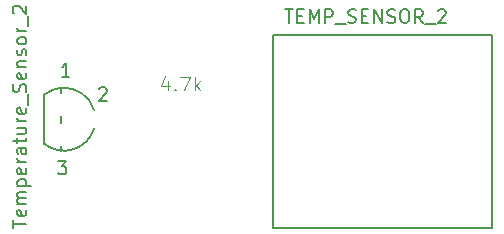
<source format=gbr>
%TF.GenerationSoftware,KiCad,Pcbnew,7.0.6*%
%TF.CreationDate,2023-12-02T19:46:18-07:00*%
%TF.ProjectId,Temperature Sensor Board 2,54656d70-6572-4617-9475-72652053656e,rev?*%
%TF.SameCoordinates,Original*%
%TF.FileFunction,Legend,Top*%
%TF.FilePolarity,Positive*%
%FSLAX46Y46*%
G04 Gerber Fmt 4.6, Leading zero omitted, Abs format (unit mm)*
G04 Created by KiCad (PCBNEW 7.0.6) date 2023-12-02 19:46:18*
%MOMM*%
%LPD*%
G01*
G04 APERTURE LIST*
%ADD10C,0.127000*%
%ADD11C,0.101600*%
G04 APERTURE END LIST*
D10*
X133370945Y-84902868D02*
X134024088Y-84902868D01*
X133697516Y-86045868D02*
X133697516Y-84902868D01*
X134405087Y-85447154D02*
X134786087Y-85447154D01*
X134949373Y-86045868D02*
X134405087Y-86045868D01*
X134405087Y-86045868D02*
X134405087Y-84902868D01*
X134405087Y-84902868D02*
X134949373Y-84902868D01*
X135439230Y-86045868D02*
X135439230Y-84902868D01*
X135439230Y-84902868D02*
X135820230Y-85719297D01*
X135820230Y-85719297D02*
X136201230Y-84902868D01*
X136201230Y-84902868D02*
X136201230Y-86045868D01*
X136745516Y-86045868D02*
X136745516Y-84902868D01*
X136745516Y-84902868D02*
X137180945Y-84902868D01*
X137180945Y-84902868D02*
X137289802Y-84957297D01*
X137289802Y-84957297D02*
X137344231Y-85011725D01*
X137344231Y-85011725D02*
X137398659Y-85120582D01*
X137398659Y-85120582D02*
X137398659Y-85283868D01*
X137398659Y-85283868D02*
X137344231Y-85392725D01*
X137344231Y-85392725D02*
X137289802Y-85447154D01*
X137289802Y-85447154D02*
X137180945Y-85501582D01*
X137180945Y-85501582D02*
X136745516Y-85501582D01*
X137616374Y-86154725D02*
X138487231Y-86154725D01*
X138704945Y-85991440D02*
X138868231Y-86045868D01*
X138868231Y-86045868D02*
X139140373Y-86045868D01*
X139140373Y-86045868D02*
X139249231Y-85991440D01*
X139249231Y-85991440D02*
X139303659Y-85937011D01*
X139303659Y-85937011D02*
X139358088Y-85828154D01*
X139358088Y-85828154D02*
X139358088Y-85719297D01*
X139358088Y-85719297D02*
X139303659Y-85610440D01*
X139303659Y-85610440D02*
X139249231Y-85556011D01*
X139249231Y-85556011D02*
X139140373Y-85501582D01*
X139140373Y-85501582D02*
X138922659Y-85447154D01*
X138922659Y-85447154D02*
X138813802Y-85392725D01*
X138813802Y-85392725D02*
X138759373Y-85338297D01*
X138759373Y-85338297D02*
X138704945Y-85229440D01*
X138704945Y-85229440D02*
X138704945Y-85120582D01*
X138704945Y-85120582D02*
X138759373Y-85011725D01*
X138759373Y-85011725D02*
X138813802Y-84957297D01*
X138813802Y-84957297D02*
X138922659Y-84902868D01*
X138922659Y-84902868D02*
X139194802Y-84902868D01*
X139194802Y-84902868D02*
X139358088Y-84957297D01*
X139847944Y-85447154D02*
X140228944Y-85447154D01*
X140392230Y-86045868D02*
X139847944Y-86045868D01*
X139847944Y-86045868D02*
X139847944Y-84902868D01*
X139847944Y-84902868D02*
X140392230Y-84902868D01*
X140882087Y-86045868D02*
X140882087Y-84902868D01*
X140882087Y-84902868D02*
X141535230Y-86045868D01*
X141535230Y-86045868D02*
X141535230Y-84902868D01*
X142025088Y-85991440D02*
X142188374Y-86045868D01*
X142188374Y-86045868D02*
X142460516Y-86045868D01*
X142460516Y-86045868D02*
X142569374Y-85991440D01*
X142569374Y-85991440D02*
X142623802Y-85937011D01*
X142623802Y-85937011D02*
X142678231Y-85828154D01*
X142678231Y-85828154D02*
X142678231Y-85719297D01*
X142678231Y-85719297D02*
X142623802Y-85610440D01*
X142623802Y-85610440D02*
X142569374Y-85556011D01*
X142569374Y-85556011D02*
X142460516Y-85501582D01*
X142460516Y-85501582D02*
X142242802Y-85447154D01*
X142242802Y-85447154D02*
X142133945Y-85392725D01*
X142133945Y-85392725D02*
X142079516Y-85338297D01*
X142079516Y-85338297D02*
X142025088Y-85229440D01*
X142025088Y-85229440D02*
X142025088Y-85120582D01*
X142025088Y-85120582D02*
X142079516Y-85011725D01*
X142079516Y-85011725D02*
X142133945Y-84957297D01*
X142133945Y-84957297D02*
X142242802Y-84902868D01*
X142242802Y-84902868D02*
X142514945Y-84902868D01*
X142514945Y-84902868D02*
X142678231Y-84957297D01*
X143385802Y-84902868D02*
X143603516Y-84902868D01*
X143603516Y-84902868D02*
X143712373Y-84957297D01*
X143712373Y-84957297D02*
X143821230Y-85066154D01*
X143821230Y-85066154D02*
X143875659Y-85283868D01*
X143875659Y-85283868D02*
X143875659Y-85664868D01*
X143875659Y-85664868D02*
X143821230Y-85882582D01*
X143821230Y-85882582D02*
X143712373Y-85991440D01*
X143712373Y-85991440D02*
X143603516Y-86045868D01*
X143603516Y-86045868D02*
X143385802Y-86045868D01*
X143385802Y-86045868D02*
X143276945Y-85991440D01*
X143276945Y-85991440D02*
X143168087Y-85882582D01*
X143168087Y-85882582D02*
X143113659Y-85664868D01*
X143113659Y-85664868D02*
X143113659Y-85283868D01*
X143113659Y-85283868D02*
X143168087Y-85066154D01*
X143168087Y-85066154D02*
X143276945Y-84957297D01*
X143276945Y-84957297D02*
X143385802Y-84902868D01*
X145018659Y-86045868D02*
X144637659Y-85501582D01*
X144365516Y-86045868D02*
X144365516Y-84902868D01*
X144365516Y-84902868D02*
X144800945Y-84902868D01*
X144800945Y-84902868D02*
X144909802Y-84957297D01*
X144909802Y-84957297D02*
X144964231Y-85011725D01*
X144964231Y-85011725D02*
X145018659Y-85120582D01*
X145018659Y-85120582D02*
X145018659Y-85283868D01*
X145018659Y-85283868D02*
X144964231Y-85392725D01*
X144964231Y-85392725D02*
X144909802Y-85447154D01*
X144909802Y-85447154D02*
X144800945Y-85501582D01*
X144800945Y-85501582D02*
X144365516Y-85501582D01*
X145236374Y-86154725D02*
X146107231Y-86154725D01*
X146324945Y-85011725D02*
X146379373Y-84957297D01*
X146379373Y-84957297D02*
X146488231Y-84902868D01*
X146488231Y-84902868D02*
X146760373Y-84902868D01*
X146760373Y-84902868D02*
X146869231Y-84957297D01*
X146869231Y-84957297D02*
X146923659Y-85011725D01*
X146923659Y-85011725D02*
X146978088Y-85120582D01*
X146978088Y-85120582D02*
X146978088Y-85229440D01*
X146978088Y-85229440D02*
X146923659Y-85392725D01*
X146923659Y-85392725D02*
X146270516Y-86045868D01*
X146270516Y-86045868D02*
X146978088Y-86045868D01*
X110302868Y-103366474D02*
X110302868Y-102713332D01*
X111445868Y-103039903D02*
X110302868Y-103039903D01*
X111391440Y-101896903D02*
X111445868Y-102005760D01*
X111445868Y-102005760D02*
X111445868Y-102223475D01*
X111445868Y-102223475D02*
X111391440Y-102332332D01*
X111391440Y-102332332D02*
X111282582Y-102386760D01*
X111282582Y-102386760D02*
X110847154Y-102386760D01*
X110847154Y-102386760D02*
X110738297Y-102332332D01*
X110738297Y-102332332D02*
X110683868Y-102223475D01*
X110683868Y-102223475D02*
X110683868Y-102005760D01*
X110683868Y-102005760D02*
X110738297Y-101896903D01*
X110738297Y-101896903D02*
X110847154Y-101842475D01*
X110847154Y-101842475D02*
X110956011Y-101842475D01*
X110956011Y-101842475D02*
X111064868Y-102386760D01*
X111445868Y-101352618D02*
X110683868Y-101352618D01*
X110792725Y-101352618D02*
X110738297Y-101298189D01*
X110738297Y-101298189D02*
X110683868Y-101189332D01*
X110683868Y-101189332D02*
X110683868Y-101026046D01*
X110683868Y-101026046D02*
X110738297Y-100917189D01*
X110738297Y-100917189D02*
X110847154Y-100862761D01*
X110847154Y-100862761D02*
X111445868Y-100862761D01*
X110847154Y-100862761D02*
X110738297Y-100808332D01*
X110738297Y-100808332D02*
X110683868Y-100699475D01*
X110683868Y-100699475D02*
X110683868Y-100536189D01*
X110683868Y-100536189D02*
X110738297Y-100427332D01*
X110738297Y-100427332D02*
X110847154Y-100372903D01*
X110847154Y-100372903D02*
X111445868Y-100372903D01*
X110683868Y-99828618D02*
X111826868Y-99828618D01*
X110738297Y-99828618D02*
X110683868Y-99719761D01*
X110683868Y-99719761D02*
X110683868Y-99502046D01*
X110683868Y-99502046D02*
X110738297Y-99393189D01*
X110738297Y-99393189D02*
X110792725Y-99338761D01*
X110792725Y-99338761D02*
X110901582Y-99284332D01*
X110901582Y-99284332D02*
X111228154Y-99284332D01*
X111228154Y-99284332D02*
X111337011Y-99338761D01*
X111337011Y-99338761D02*
X111391440Y-99393189D01*
X111391440Y-99393189D02*
X111445868Y-99502046D01*
X111445868Y-99502046D02*
X111445868Y-99719761D01*
X111445868Y-99719761D02*
X111391440Y-99828618D01*
X111391440Y-98359046D02*
X111445868Y-98467903D01*
X111445868Y-98467903D02*
X111445868Y-98685618D01*
X111445868Y-98685618D02*
X111391440Y-98794475D01*
X111391440Y-98794475D02*
X111282582Y-98848903D01*
X111282582Y-98848903D02*
X110847154Y-98848903D01*
X110847154Y-98848903D02*
X110738297Y-98794475D01*
X110738297Y-98794475D02*
X110683868Y-98685618D01*
X110683868Y-98685618D02*
X110683868Y-98467903D01*
X110683868Y-98467903D02*
X110738297Y-98359046D01*
X110738297Y-98359046D02*
X110847154Y-98304618D01*
X110847154Y-98304618D02*
X110956011Y-98304618D01*
X110956011Y-98304618D02*
X111064868Y-98848903D01*
X111445868Y-97814761D02*
X110683868Y-97814761D01*
X110901582Y-97814761D02*
X110792725Y-97760332D01*
X110792725Y-97760332D02*
X110738297Y-97705904D01*
X110738297Y-97705904D02*
X110683868Y-97597046D01*
X110683868Y-97597046D02*
X110683868Y-97488189D01*
X111445868Y-96617333D02*
X110847154Y-96617333D01*
X110847154Y-96617333D02*
X110738297Y-96671761D01*
X110738297Y-96671761D02*
X110683868Y-96780618D01*
X110683868Y-96780618D02*
X110683868Y-96998333D01*
X110683868Y-96998333D02*
X110738297Y-97107190D01*
X111391440Y-96617333D02*
X111445868Y-96726190D01*
X111445868Y-96726190D02*
X111445868Y-96998333D01*
X111445868Y-96998333D02*
X111391440Y-97107190D01*
X111391440Y-97107190D02*
X111282582Y-97161618D01*
X111282582Y-97161618D02*
X111173725Y-97161618D01*
X111173725Y-97161618D02*
X111064868Y-97107190D01*
X111064868Y-97107190D02*
X111010440Y-96998333D01*
X111010440Y-96998333D02*
X111010440Y-96726190D01*
X111010440Y-96726190D02*
X110956011Y-96617333D01*
X110683868Y-96236332D02*
X110683868Y-95800904D01*
X110302868Y-96073047D02*
X111282582Y-96073047D01*
X111282582Y-96073047D02*
X111391440Y-96018618D01*
X111391440Y-96018618D02*
X111445868Y-95909761D01*
X111445868Y-95909761D02*
X111445868Y-95800904D01*
X110683868Y-94930047D02*
X111445868Y-94930047D01*
X110683868Y-95419904D02*
X111282582Y-95419904D01*
X111282582Y-95419904D02*
X111391440Y-95365475D01*
X111391440Y-95365475D02*
X111445868Y-95256618D01*
X111445868Y-95256618D02*
X111445868Y-95093332D01*
X111445868Y-95093332D02*
X111391440Y-94984475D01*
X111391440Y-94984475D02*
X111337011Y-94930047D01*
X111445868Y-94385761D02*
X110683868Y-94385761D01*
X110901582Y-94385761D02*
X110792725Y-94331332D01*
X110792725Y-94331332D02*
X110738297Y-94276904D01*
X110738297Y-94276904D02*
X110683868Y-94168046D01*
X110683868Y-94168046D02*
X110683868Y-94059189D01*
X111391440Y-93242761D02*
X111445868Y-93351618D01*
X111445868Y-93351618D02*
X111445868Y-93569333D01*
X111445868Y-93569333D02*
X111391440Y-93678190D01*
X111391440Y-93678190D02*
X111282582Y-93732618D01*
X111282582Y-93732618D02*
X110847154Y-93732618D01*
X110847154Y-93732618D02*
X110738297Y-93678190D01*
X110738297Y-93678190D02*
X110683868Y-93569333D01*
X110683868Y-93569333D02*
X110683868Y-93351618D01*
X110683868Y-93351618D02*
X110738297Y-93242761D01*
X110738297Y-93242761D02*
X110847154Y-93188333D01*
X110847154Y-93188333D02*
X110956011Y-93188333D01*
X110956011Y-93188333D02*
X111064868Y-93732618D01*
X111554725Y-92970619D02*
X111554725Y-92099761D01*
X111391440Y-91882047D02*
X111445868Y-91718762D01*
X111445868Y-91718762D02*
X111445868Y-91446619D01*
X111445868Y-91446619D02*
X111391440Y-91337762D01*
X111391440Y-91337762D02*
X111337011Y-91283333D01*
X111337011Y-91283333D02*
X111228154Y-91228904D01*
X111228154Y-91228904D02*
X111119297Y-91228904D01*
X111119297Y-91228904D02*
X111010440Y-91283333D01*
X111010440Y-91283333D02*
X110956011Y-91337762D01*
X110956011Y-91337762D02*
X110901582Y-91446619D01*
X110901582Y-91446619D02*
X110847154Y-91664333D01*
X110847154Y-91664333D02*
X110792725Y-91773190D01*
X110792725Y-91773190D02*
X110738297Y-91827619D01*
X110738297Y-91827619D02*
X110629440Y-91882047D01*
X110629440Y-91882047D02*
X110520582Y-91882047D01*
X110520582Y-91882047D02*
X110411725Y-91827619D01*
X110411725Y-91827619D02*
X110357297Y-91773190D01*
X110357297Y-91773190D02*
X110302868Y-91664333D01*
X110302868Y-91664333D02*
X110302868Y-91392190D01*
X110302868Y-91392190D02*
X110357297Y-91228904D01*
X111391440Y-90303619D02*
X111445868Y-90412476D01*
X111445868Y-90412476D02*
X111445868Y-90630191D01*
X111445868Y-90630191D02*
X111391440Y-90739048D01*
X111391440Y-90739048D02*
X111282582Y-90793476D01*
X111282582Y-90793476D02*
X110847154Y-90793476D01*
X110847154Y-90793476D02*
X110738297Y-90739048D01*
X110738297Y-90739048D02*
X110683868Y-90630191D01*
X110683868Y-90630191D02*
X110683868Y-90412476D01*
X110683868Y-90412476D02*
X110738297Y-90303619D01*
X110738297Y-90303619D02*
X110847154Y-90249191D01*
X110847154Y-90249191D02*
X110956011Y-90249191D01*
X110956011Y-90249191D02*
X111064868Y-90793476D01*
X110683868Y-89759334D02*
X111445868Y-89759334D01*
X110792725Y-89759334D02*
X110738297Y-89704905D01*
X110738297Y-89704905D02*
X110683868Y-89596048D01*
X110683868Y-89596048D02*
X110683868Y-89432762D01*
X110683868Y-89432762D02*
X110738297Y-89323905D01*
X110738297Y-89323905D02*
X110847154Y-89269477D01*
X110847154Y-89269477D02*
X111445868Y-89269477D01*
X111391440Y-88779619D02*
X111445868Y-88670762D01*
X111445868Y-88670762D02*
X111445868Y-88453048D01*
X111445868Y-88453048D02*
X111391440Y-88344191D01*
X111391440Y-88344191D02*
X111282582Y-88289762D01*
X111282582Y-88289762D02*
X111228154Y-88289762D01*
X111228154Y-88289762D02*
X111119297Y-88344191D01*
X111119297Y-88344191D02*
X111064868Y-88453048D01*
X111064868Y-88453048D02*
X111064868Y-88616334D01*
X111064868Y-88616334D02*
X111010440Y-88725191D01*
X111010440Y-88725191D02*
X110901582Y-88779619D01*
X110901582Y-88779619D02*
X110847154Y-88779619D01*
X110847154Y-88779619D02*
X110738297Y-88725191D01*
X110738297Y-88725191D02*
X110683868Y-88616334D01*
X110683868Y-88616334D02*
X110683868Y-88453048D01*
X110683868Y-88453048D02*
X110738297Y-88344191D01*
X111445868Y-87636619D02*
X111391440Y-87745476D01*
X111391440Y-87745476D02*
X111337011Y-87799905D01*
X111337011Y-87799905D02*
X111228154Y-87854333D01*
X111228154Y-87854333D02*
X110901582Y-87854333D01*
X110901582Y-87854333D02*
X110792725Y-87799905D01*
X110792725Y-87799905D02*
X110738297Y-87745476D01*
X110738297Y-87745476D02*
X110683868Y-87636619D01*
X110683868Y-87636619D02*
X110683868Y-87473333D01*
X110683868Y-87473333D02*
X110738297Y-87364476D01*
X110738297Y-87364476D02*
X110792725Y-87310048D01*
X110792725Y-87310048D02*
X110901582Y-87255619D01*
X110901582Y-87255619D02*
X111228154Y-87255619D01*
X111228154Y-87255619D02*
X111337011Y-87310048D01*
X111337011Y-87310048D02*
X111391440Y-87364476D01*
X111391440Y-87364476D02*
X111445868Y-87473333D01*
X111445868Y-87473333D02*
X111445868Y-87636619D01*
X111445868Y-86765762D02*
X110683868Y-86765762D01*
X110901582Y-86765762D02*
X110792725Y-86711333D01*
X110792725Y-86711333D02*
X110738297Y-86656905D01*
X110738297Y-86656905D02*
X110683868Y-86548047D01*
X110683868Y-86548047D02*
X110683868Y-86439190D01*
X111554725Y-86330334D02*
X111554725Y-85459476D01*
X110411725Y-85241762D02*
X110357297Y-85187334D01*
X110357297Y-85187334D02*
X110302868Y-85078477D01*
X110302868Y-85078477D02*
X110302868Y-84806334D01*
X110302868Y-84806334D02*
X110357297Y-84697477D01*
X110357297Y-84697477D02*
X110411725Y-84643048D01*
X110411725Y-84643048D02*
X110520582Y-84588619D01*
X110520582Y-84588619D02*
X110629440Y-84588619D01*
X110629440Y-84588619D02*
X110792725Y-84643048D01*
X110792725Y-84643048D02*
X111445868Y-85296191D01*
X111445868Y-85296191D02*
X111445868Y-84588619D01*
X117622945Y-91615725D02*
X117677373Y-91561297D01*
X117677373Y-91561297D02*
X117786231Y-91506868D01*
X117786231Y-91506868D02*
X118058373Y-91506868D01*
X118058373Y-91506868D02*
X118167231Y-91561297D01*
X118167231Y-91561297D02*
X118221659Y-91615725D01*
X118221659Y-91615725D02*
X118276088Y-91724582D01*
X118276088Y-91724582D02*
X118276088Y-91833440D01*
X118276088Y-91833440D02*
X118221659Y-91996725D01*
X118221659Y-91996725D02*
X117568516Y-92649868D01*
X117568516Y-92649868D02*
X118276088Y-92649868D01*
X115101088Y-90617868D02*
X114447945Y-90617868D01*
X114774516Y-90617868D02*
X114774516Y-89474868D01*
X114774516Y-89474868D02*
X114665659Y-89638154D01*
X114665659Y-89638154D02*
X114556802Y-89747011D01*
X114556802Y-89747011D02*
X114447945Y-89801440D01*
X114139516Y-97729868D02*
X114847088Y-97729868D01*
X114847088Y-97729868D02*
X114466088Y-98165297D01*
X114466088Y-98165297D02*
X114629373Y-98165297D01*
X114629373Y-98165297D02*
X114738231Y-98219725D01*
X114738231Y-98219725D02*
X114792659Y-98274154D01*
X114792659Y-98274154D02*
X114847088Y-98383011D01*
X114847088Y-98383011D02*
X114847088Y-98655154D01*
X114847088Y-98655154D02*
X114792659Y-98764011D01*
X114792659Y-98764011D02*
X114738231Y-98818440D01*
X114738231Y-98818440D02*
X114629373Y-98872868D01*
X114629373Y-98872868D02*
X114302802Y-98872868D01*
X114302802Y-98872868D02*
X114193945Y-98818440D01*
X114193945Y-98818440D02*
X114139516Y-98764011D01*
D11*
X123435692Y-90980146D02*
X123435692Y-91759080D01*
X123157501Y-90535042D02*
X122879311Y-91369613D01*
X122879311Y-91369613D02*
X123602606Y-91369613D01*
X124047711Y-91647803D02*
X124103349Y-91703442D01*
X124103349Y-91703442D02*
X124047711Y-91759080D01*
X124047711Y-91759080D02*
X123992073Y-91703442D01*
X123992073Y-91703442D02*
X124047711Y-91647803D01*
X124047711Y-91647803D02*
X124047711Y-91759080D01*
X124492816Y-90590680D02*
X125271749Y-90590680D01*
X125271749Y-90590680D02*
X124771006Y-91759080D01*
X125716854Y-91759080D02*
X125716854Y-90590680D01*
X125828130Y-91313975D02*
X126161959Y-91759080D01*
X126161959Y-90980146D02*
X125716854Y-91425251D01*
D10*
%TO.C,J1*%
X132297354Y-103374354D02*
X150837354Y-103374354D01*
X132297354Y-103374354D02*
X132297354Y-87044354D01*
X150837354Y-103374354D02*
X150837354Y-87044354D01*
X132297354Y-87044354D02*
X150837354Y-87044354D01*
%TO.C,U$1*%
X114386354Y-91538454D02*
X114386354Y-91939654D01*
X112989354Y-92098854D02*
X112989354Y-96287854D01*
X114386354Y-93907054D02*
X114386354Y-94479654D01*
X114386354Y-96447054D02*
X114386354Y-96848254D01*
X117188854Y-93407055D02*
G75*
G03*
X114386354Y-91538455I-2548479J-786298D01*
G01*
X114386354Y-91538453D02*
G75*
G03*
X112989354Y-92098754I253950J-2654895D01*
G01*
X112989355Y-96287852D02*
G75*
G03*
X117188754Y-94979654I1650989J2094488D01*
G01*
%TD*%
M02*

</source>
